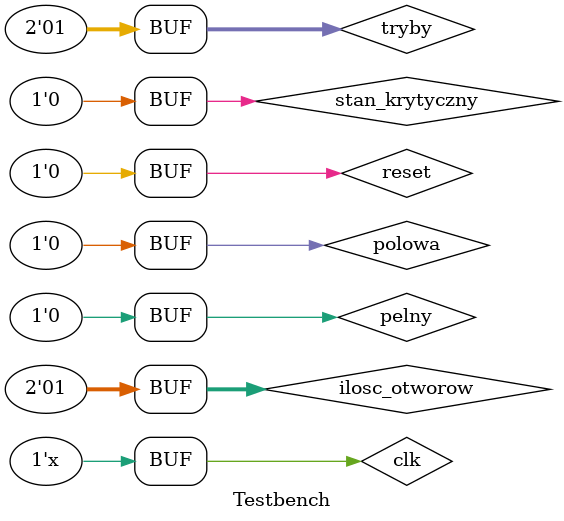
<source format=v>
`timescale 1ns / 1ps


module Testbench;
reg clk, pelny, polowa, stan_krytyczny, reset;
reg [1:0]tryby;
reg [1:0]ilosc_otworow;
wire doplyw, otwor1, otwor2, otwor3;
wire [2:0]kontrolka;

tama_z_wrapper t1(clk, doplyw, ilosc_otworow, kontrolka, otwor1, otwor2, otwor3, pelny, polowa, reset, stan_krytyczny, tryby);

initial begin
clk<=1'b0;
reset<=1'b1;
pelny<=1'b0;
polowa<=1'b0;
stan_krytyczny<=1'b0;
tryby<=2'b00;
ilosc_otworow<=2'b01;
end

always
#5 clk=~clk;
initial
begin
#100 reset<=1'b0;
#3000 ilosc_otworow<=2'b10;
#1000 ilosc_otworow<=2'b11;
#1000 ilosc_otworow<=2'b01;
#500 polowa<=1'b1;
#500 polowa<=1'b0;
#500 pelny<=1'b1;
#500 pelny<=1'b0;
#1000 stan_krytyczny<=1'b1;
#1000 stan_krytyczny<=1'b0;
#1000 tryby<=2'b01;
#1000 ilosc_otworow<=2'b10;
#1000 ilosc_otworow<=2'b11;
#1000 ilosc_otworow<=2'b01;
#1000 polowa<=1'b1;
#1000 polowa<=1'b0;
#1000 pelny<=1'b1;
#1000 pelny<=1'b0;
#1000 stan_krytyczny<=1'b1;
#1000 stan_krytyczny<=1'b0;
#1000 tryby<=2'b10;
#500 ilosc_otworow<=2'b10;
#500 ilosc_otworow<=2'b11;
#500 ilosc_otworow<=2'b01;
#500 pelny<=1'b1;
#500 pelny<=1'b0;
#500 polowa<=1'b1;
#500 polowa<=1'b0;
#500 stan_krytyczny<=1'b1;
#500 stan_krytyczny<=1'b0;
#500 tryby<=2'b01;

end
endmodule

</source>
